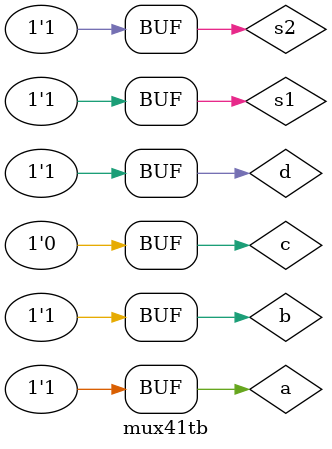
<source format=v>
module mux41tb;
reg a,b,c,d,s1,s2;
wire y1;
mux41 rt( a,b,c,d,s1,s2,y1);
initial begin
s1=0;s2=0;a=1;b=1;c=0;d=1;#10;
s1=0;s2=1;a=1;b=1;c=0;d=1;#10;
s1=1;s2=0;a=1;b=1;c=0;d=1;#10;
s1=1;s2=1;a=1;b=1;c=0;d=1;
end
initial
	$monitor(a,b,c,d,s1,s2,y1);
endmodule

</source>
